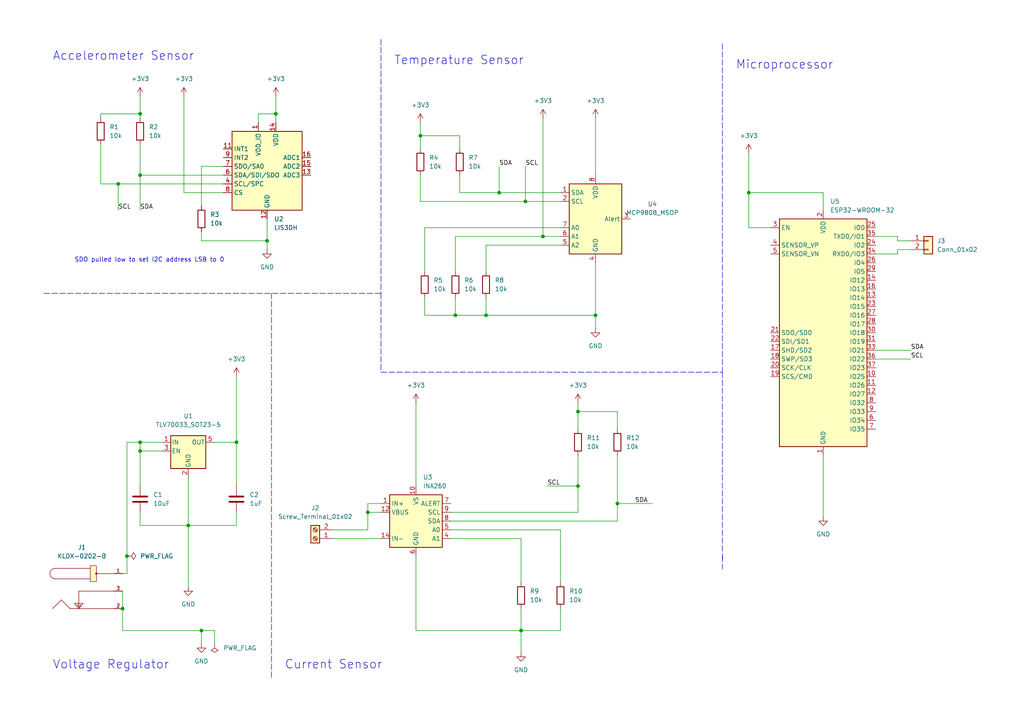
<source format=kicad_sch>
(kicad_sch (version 20211123) (generator eeschema)
  (paper "A4")
  (title_block (title "\"Add-On\" Sensor / Communication Board") (date "2022-03-13") (rev "v02") (comment 1 "2021-2022") (comment 2 "Senior Design Project") (comment 3 "UMass Electrical and Computer Engineering") (comment 4 "Author: Sam DuBois and Andres Gutierrez"))
  (lib_symbols
    (symbol "Connector:Screw_Terminal_01x02" (pin_names (offset 1.016) hide)
      (property "Reference" "J" (at 0 2.54 0))
      (property "Value" "Screw_Terminal_01x02" (at 0 -5.08 0))
      (symbol "Screw_Terminal_01x02_1_1"
        (rectangle (start -1.27 1.27) (end 1.27 -3.81) (stroke (width 0.254)) (fill (type background)))
        (circle (center 0 -2.54) (radius 0.635) (stroke (width 0.1524)))
        (polyline (pts (xy -0.5334 -2.2098) (xy 0.3302 -3.048)) (stroke (width 0.1524)))
        (polyline (pts (xy -0.5334 0.3302) (xy 0.3302 -0.508)) (stroke (width 0.1524)))
        (polyline (pts (xy -0.3556 -2.032) (xy 0.508 -2.8702)) (stroke (width 0.1524)))
        (polyline (pts (xy -0.3556 0.508) (xy 0.508 -0.3302)) (stroke (width 0.1524)))
        (circle (center 0 0) (radius 0.635) (stroke (width 0.1524)))
        (pin passive line (at -5.08 0 0) (length 3.81) (name "Pin_1") (number "1"))
        (pin passive line (at -5.08 -2.54 0) (length 3.81) (name "Pin_2") (number "2"))
      )
    )
    (symbol "Connector_Generic:Conn_01x02" (pin_names (offset 1.016) hide)
      (property "Reference" "J" (at 0 2.54 0))
      (property "Value" "Conn_01x02" (at 0 -5.08 0))
      (symbol "Conn_01x02_1_1"
        (rectangle (start -1.27 -2.413) (end 0 -2.667) (stroke (width 0.1524)))
        (rectangle (start -1.27 0.127) (end 0 -0.127) (stroke (width 0.1524)))
        (rectangle (start -1.27 1.27) (end 1.27 -3.81) (stroke (width 0.254)) (fill (type background)))
        (pin passive line (at -5.08 0 0) (length 3.81) (name "Pin_1") (number "1"))
        (pin passive line (at -5.08 -2.54 0) (length 3.81) (name "Pin_2") (number "2"))
      )
    )
    (symbol "Device:C" (pin_numbers hide) (pin_names (offset 0.254))
      (property "Reference" "C" (at 0.635 2.54 0))
      (property "Value" "C" (at 0.635 -2.54 0))
      (symbol "C_0_1"
        (polyline (pts (xy -2.032 -0.762) (xy 2.032 -0.762)) (stroke (width 0.508)))
        (polyline (pts (xy -2.032 0.762) (xy 2.032 0.762)) (stroke (width 0.508)))
      )
      (symbol "C_1_1"
        (pin passive line (at 0 3.81 270) (length 2.794) (name "~") (number "1"))
        (pin passive line (at 0 -3.81 90) (length 2.794) (name "~") (number "2"))
      )
    )
    (symbol "Device:R" (pin_numbers hide) (pin_names (offset 0))
      (property "Reference" "R" (at 2.032 0 90))
      (property "Value" "R" (at 0 0 90))
      (symbol "R_0_1"
        (rectangle (start -1.016 -2.54) (end 1.016 2.54) (stroke (width 0.254)))
      )
      (symbol "R_1_1"
        (pin passive line (at 0 3.81 270) (length 1.27) (name "~") (number "1"))
        (pin passive line (at 0 -3.81 90) (length 1.27) (name "~") (number "2"))
      )
    )
    (symbol "RF_Module:ESP32-WROOM-32"
      (property "Reference" "U" (at -12.7 34.29 0))
      (property "Value" "ESP32-WROOM-32" (at 1.27 34.29 0))
      (symbol "ESP32-WROOM-32_0_1"
        (rectangle (start -12.7 33.02) (end 12.7 -33.02) (stroke (width 0.254)) (fill (type background)))
      )
      (symbol "ESP32-WROOM-32_1_1"
        (pin power_in line (at 0 -35.56 90) (length 2.54) (name "GND") (number "1"))
        (pin bidirectional line (at 15.24 -12.7 180) (length 2.54) (name "IO25") (number "10"))
        (pin bidirectional line (at 15.24 -15.24 180) (length 2.54) (name "IO26") (number "11"))
        (pin bidirectional line (at 15.24 -17.78 180) (length 2.54) (name "IO27") (number "12"))
        (pin bidirectional line (at 15.24 10.16 180) (length 2.54) (name "IO14") (number "13"))
        (pin bidirectional line (at 15.24 15.24 180) (length 2.54) (name "IO12") (number "14"))
        (pin passive line (at 0 -35.56 90) (length 2.54) hide (name "GND") (number "15"))
        (pin bidirectional line (at 15.24 12.7 180) (length 2.54) (name "IO13") (number "16"))
        (pin bidirectional line (at -15.24 -5.08 0) (length 2.54) (name "SHD/SD2") (number "17"))
        (pin bidirectional line (at -15.24 -7.62 0) (length 2.54) (name "SWP/SD3") (number "18"))
        (pin bidirectional line (at -15.24 -12.7 0) (length 2.54) (name "SCS/CMD") (number "19"))
        (pin power_in line (at 0 35.56 270) (length 2.54) (name "VDD") (number "2"))
        (pin bidirectional line (at -15.24 -10.16 0) (length 2.54) (name "SCK/CLK") (number "20"))
        (pin bidirectional line (at -15.24 0 0) (length 2.54) (name "SDO/SD0") (number "21"))
        (pin bidirectional line (at -15.24 -2.54 0) (length 2.54) (name "SDI/SD1") (number "22"))
        (pin bidirectional line (at 15.24 7.62 180) (length 2.54) (name "IO15") (number "23"))
        (pin bidirectional line (at 15.24 25.4 180) (length 2.54) (name "IO2") (number "24"))
        (pin bidirectional line (at 15.24 30.48 180) (length 2.54) (name "IO0") (number "25"))
        (pin bidirectional line (at 15.24 20.32 180) (length 2.54) (name "IO4") (number "26"))
        (pin bidirectional line (at 15.24 5.08 180) (length 2.54) (name "IO16") (number "27"))
        (pin bidirectional line (at 15.24 2.54 180) (length 2.54) (name "IO17") (number "28"))
        (pin bidirectional line (at 15.24 17.78 180) (length 2.54) (name "IO5") (number "29"))
        (pin input line (at -15.24 30.48 0) (length 2.54) (name "EN") (number "3"))
        (pin bidirectional line (at 15.24 0 180) (length 2.54) (name "IO18") (number "30"))
        (pin bidirectional line (at 15.24 -2.54 180) (length 2.54) (name "IO19") (number "31"))
        (pin no_connect line (at -12.7 -27.94 0) (length 2.54) hide (name "NC") (number "32"))
        (pin bidirectional line (at 15.24 -5.08 180) (length 2.54) (name "IO21") (number "33"))
        (pin bidirectional line (at 15.24 22.86 180) (length 2.54) (name "RXD0/IO3") (number "34"))
        (pin bidirectional line (at 15.24 27.94 180) (length 2.54) (name "TXD0/IO1") (number "35"))
        (pin bidirectional line (at 15.24 -7.62 180) (length 2.54) (name "IO22") (number "36"))
        (pin bidirectional line (at 15.24 -10.16 180) (length 2.54) (name "IO23") (number "37"))
        (pin passive line (at 0 -35.56 90) (length 2.54) hide (name "GND") (number "38"))
        (pin passive line (at 0 -35.56 90) (length 2.54) hide (name "GND") (number "39"))
        (pin input line (at -15.24 25.4 0) (length 2.54) (name "SENSOR_VP") (number "4"))
        (pin input line (at -15.24 22.86 0) (length 2.54) (name "SENSOR_VN") (number "5"))
        (pin input line (at 15.24 -25.4 180) (length 2.54) (name "IO34") (number "6"))
        (pin input line (at 15.24 -27.94 180) (length 2.54) (name "IO35") (number "7"))
        (pin bidirectional line (at 15.24 -20.32 180) (length 2.54) (name "IO32") (number "8"))
        (pin bidirectional line (at 15.24 -22.86 180) (length 2.54) (name "IO33") (number "9"))
      )
    )
    (symbol "Regulator_Linear:TLV70033_SOT23-5" (pin_names (offset 0.254))
      (property "Reference" "U" (at -3.81 5.715 0))
      (property "Value" "TLV70033_SOT23-5" (at 0 5.715 0))
      (symbol "TLV70033_SOT23-5_0_1"
        (rectangle (start -5.08 4.445) (end 5.08 -5.08) (stroke (width 0.254)) (fill (type background)))
      )
      (symbol "TLV70033_SOT23-5_1_1"
        (pin power_in line (at -7.62 2.54 0) (length 2.54) (name "IN") (number "1"))
        (pin power_in line (at 0 -7.62 90) (length 2.54) (name "GND") (number "2"))
        (pin input line (at -7.62 0 0) (length 2.54) (name "EN") (number "3"))
        (pin no_connect line (at 5.08 0 180) (length 2.54) hide (name "NC") (number "4"))
        (pin power_out line (at 7.62 2.54 180) (length 2.54) (name "OUT") (number "5"))
      )
    )
    (symbol "Sensor:INA260"
      (property "Reference" "U" (at -6.35 8.89 0))
      (property "Value" "INA260" (at 2.54 8.89 0))
      (symbol "INA260_0_1"
        (rectangle (start -7.62 7.62) (end 7.62 -7.62) (stroke (width 0.254)) (fill (type background)))
      )
      (symbol "INA260_1_1"
        (pin passive line (at -10.16 5.08 0) (length 2.54) (name "IN+") (number "1"))
        (pin power_in line (at 0 10.16 270) (length 2.54) (name "VS") (number "10"))
        (pin passive line (at 0 -10.16 90) (length 2.54) hide (name "GND") (number "11"))
        (pin passive line (at -10.16 2.54 0) (length 2.54) (name "VBUS") (number "12"))
        (pin no_connect line (at 2.54 -7.62 90) (length 2.54) hide (name "NC") (number "13"))
        (pin passive line (at -10.16 -5.08 0) (length 2.54) (name "IN-") (number "14"))
        (pin passive line (at -10.16 -5.08 0) (length 2.54) hide (name "IN-") (number "15"))
        (pin passive line (at -10.16 -5.08 0) (length 2.54) hide (name "IN-") (number "16"))
        (pin passive line (at -10.16 5.08 0) (length 2.54) hide (name "IN+") (number "2"))
        (pin passive line (at -10.16 5.08 0) (length 2.54) hide (name "IN+") (number "3"))
        (pin input line (at 10.16 -5.08 180) (length 2.54) (name "A1") (number "4"))
        (pin input line (at 10.16 -2.54 180) (length 2.54) (name "A0") (number "5"))
        (pin power_in line (at 0 -10.16 90) (length 2.54) (name "GND") (number "6"))
        (pin open_collector line (at 10.16 5.08 180) (length 2.54) (name "ALERT") (number "7"))
        (pin bidirectional line (at 10.16 0 180) (length 2.54) (name "SDA") (number "8"))
        (pin input line (at 10.16 2.54 180) (length 2.54) (name "SCL") (number "9"))
      )
    )
    (symbol "Sensor_Motion:LIS3DH"
      (property "Reference" "U" (at -7.62 11.43 0))
      (property "Value" "LIS3DH" (at 6.35 11.43 0))
      (symbol "LIS3DH_0_1"
        (rectangle (start -10.16 10.16) (end 10.16 -12.7) (stroke (width 0.254)) (fill (type background)))
      )
      (symbol "LIS3DH_1_1"
        (pin power_in line (at -2.54 12.7 270) (length 2.54) (name "VDD_IO") (number "1"))
        (pin passive line (at 0 -15.24 90) (length 2.54) hide (name "GND") (number "10"))
        (pin output line (at -12.7 5.08 0) (length 2.54) (name "INT1") (number "11"))
        (pin power_in line (at 0 -15.24 90) (length 2.54) (name "GND") (number "12"))
        (pin input line (at 12.7 -2.54 180) (length 2.54) (name "ADC3") (number "13"))
        (pin power_in line (at 2.54 12.7 270) (length 2.54) (name "VDD") (number "14"))
        (pin input line (at 12.7 0 180) (length 2.54) (name "ADC2") (number "15"))
        (pin input line (at 12.7 2.54 180) (length 2.54) (name "ADC1") (number "16"))
        (pin no_connect line (at 10.16 5.08 180) (length 2.54) hide (name "NC") (number "2"))
        (pin no_connect line (at 10.16 7.62 180) (length 2.54) hide (name "NC") (number "3"))
        (pin input line (at -12.7 -5.08 0) (length 2.54) (name "SCL/SPC") (number "4"))
        (pin passive line (at 0 -15.24 90) (length 2.54) hide (name "GND") (number "5"))
        (pin bidirectional line (at -12.7 -2.54 0) (length 2.54) (name "SDA/SDI/SDO") (number "6"))
        (pin bidirectional line (at -12.7 0 0) (length 2.54) (name "SDO/SA0") (number "7"))
        (pin input line (at -12.7 -7.62 0) (length 2.54) (name "CS") (number "8"))
        (pin output line (at -12.7 2.54 0) (length 2.54) (name "INT2") (number "9"))
      )
    )
    (symbol "Sensor_Temperature:MCP9808_MSOP"
      (property "Reference" "U" (at -6.35 11.43 0))
      (property "Value" "MCP9808_MSOP" (at 10.16 11.43 0))
      (symbol "MCP9808_MSOP_0_1"
        (rectangle (start -7.62 10.16) (end 7.62 -10.16) (stroke (width 0.254)) (fill (type background)))
      )
      (symbol "MCP9808_MSOP_1_1"
        (pin bidirectional line (at -10.16 7.62 0) (length 2.54) (name "SDA") (number "1"))
        (pin input line (at -10.16 5.08 0) (length 2.54) (name "SCL") (number "2"))
        (pin output line (at 10.16 0 180) (length 2.54) (name "Alert") (number "3"))
        (pin power_in line (at 0 -12.7 90) (length 2.54) (name "GND") (number "4"))
        (pin input line (at -10.16 -7.62 0) (length 2.54) (name "A2") (number "5"))
        (pin input line (at -10.16 -5.08 0) (length 2.54) (name "A1") (number "6"))
        (pin input line (at -10.16 -2.54 0) (length 2.54) (name "A0") (number "7"))
        (pin power_in line (at 0 12.7 270) (length 2.54) (name "VDD") (number "8"))
      )
    )
    (symbol "eec:KLDX-0202-B" (pin_names (offset 0))
      (property "Reference" "J" (at 0 5.08 0))
      (property "Value" "KLDX-0202-B" (at 0 7.62 0))
      (symbol "KLDX-0202-B_1_1"
        (arc (start -22.098 1.524) (mid -23.622 0) (end -22.098 -1.524))
        (rectangle (start -11.938 2.286) (end -10.16 -2.286) (fill (type background)))
        (circle (center -10.16 0) (radius 0.254))
        (polyline (pts (xy -22.86 -10.16) (xy -20.32 -7.62)))
        (polyline (pts (xy -22.098 -1.524) (xy -11.938 -1.524)))
        (polyline (pts (xy -20.32 -7.62) (xy -17.78 -10.16)))
        (polyline (pts (xy -17.78 -10.16) (xy -5.08 -10.16)))
        (polyline (pts (xy -16.51 -8.636) (xy -13.97 -8.636)))
        (polyline (pts (xy -15.24 -10.16) (xy -16.51 -8.636)))
        (polyline (pts (xy -15.24 -10.16) (xy -13.97 -8.636)))
        (polyline (pts (xy -15.24 -9.652) (xy -15.748 -8.89)))
        (polyline (pts (xy -15.24 -5.08) (xy -15.24 -10.16)))
        (polyline (pts (xy -15.24 -5.08) (xy -5.08 -5.08)))
        (polyline (pts (xy -14.986 -9.652) (xy -14.732 -8.89)))
        (polyline (pts (xy -11.938 1.524) (xy -22.098 1.524)))
        (polyline (pts (xy -10.16 0) (xy -5.08 0)))
        (pin power_in line (at -2.54 0 180) (length 2.54) (name "1") (number "1"))
        (pin power_in line (at -2.54 -10.16 180) (length 2.54) (name "2") (number "2"))
        (pin power_in line (at -2.54 -5.08 180) (length 2.54) (name "3") (number "3"))
      )
    )
    (symbol "power:+3.3V" (power) (pin_names (offset 0))
      (property "Value" "+3.3V" (at 0 3.556 0))
      (symbol "+3.3V_0_1"
        (polyline (pts (xy -0.762 1.27) (xy 0 2.54)))
        (polyline (pts (xy 0 0) (xy 0 2.54)))
        (polyline (pts (xy 0 2.54) (xy 0.762 1.27)))
      )
      (symbol "+3.3V_1_1"
        (pin power_in line (at 0 0 90) (length 0) hide (name "+3V3") (number "1"))
      )
    )
    (symbol "power:GND" (power) (pin_names (offset 0))
      (property "Value" "GND" (at 0 -3.81 0))
      (symbol "GND_0_1"
        (polyline (pts (xy 0 0) (xy 0 -1.27) (xy 1.27 -1.27) (xy 0 -2.54) (xy -1.27 -1.27) (xy 0 -1.27)))
      )
      (symbol "GND_1_1"
        (pin power_in line (at 0 0 270) (length 0) hide (name "GND") (number "1"))
      )
    )
    (symbol "power:PWR_FLAG" (power) (pin_numbers hide) (pin_names (offset 0) hide)
      (property "Value" "PWR_FLAG" (at 0 3.81 0))
      (symbol "PWR_FLAG_0_0"
        (pin power_out line (at 0 0 90) (length 0) (name "pwr") (number "1"))
      )
      (symbol "PWR_FLAG_0_1"
        (polyline (pts (xy 0 0) (xy 0 1.27) (xy -1.016 1.905) (xy 0 2.54) (xy 1.016 1.905) (xy 0 1.27)))
      )
    )
  )
  (junction (at 217.17 55.88))
  (junction (at 179.07 146.05))
  (junction (at 152.4 58.42))
  (junction (at 35.56 176.53))
  (junction (at 34.29 53.34))
  (junction (at 40.64 130.81))
  (junction (at 40.64 128.27))
  (junction (at 167.64 119.38))
  (junction (at 140.97 91.44))
  (junction (at 172.72 91.44))
  (junction (at 144.78 55.88))
  (junction (at 157.48 68.58))
  (junction (at 167.64 140.97))
  (junction (at 80.01 33.02))
  (junction (at 36.83 161.29))
  (junction (at 54.61 152.4))
  (junction (at 58.42 182.88))
  (junction (at 40.64 33.02))
  (junction (at 151.13 182.88))
  (junction (at 121.92 39.37))
  (junction (at 77.47 69.85))
  (junction (at 132.08 91.44))
  (junction (at 106.68 148.59))
  (junction (at 68.58 128.27))
  (junction (at 40.64 50.8))
  (wire (pts (xy 40.64 27.94) (xy 40.64 33.02)))
  (wire (pts (xy 132.08 68.58) (xy 132.08 78.74)))
  (wire (pts (xy 80.01 27.94) (xy 80.01 33.02)))
  (wire (pts (xy 144.78 48.26) (xy 144.78 55.88)))
  (wire (pts (xy 40.64 148.59) (xy 40.64 152.4)))
  (wire (pts (xy 53.34 55.88) (xy 64.77 55.88)))
  (wire (pts (xy 223.52 66.04) (xy 217.17 66.04)))
  (wire (pts (xy 120.65 116.84) (xy 120.65 140.97)))
  (wire (pts (xy 120.65 182.88) (xy 151.13 182.88)))
  (wire (pts (xy 172.72 76.2) (xy 172.72 91.44)))
  (wire (pts (xy 167.64 140.97) (xy 167.64 132.08)))
  (wire (pts (xy 260.35 68.58) (xy 260.35 69.85)))
  (polyline (pts (xy 78.74 85.09) (xy 78.74 196.85)))
  (wire (pts (xy 179.07 119.38) (xy 167.64 119.38)))
  (wire (pts (xy 54.61 152.4) (xy 54.61 170.18)))
  (wire (pts (xy 40.64 152.4) (xy 54.61 152.4)))
  (wire (pts (xy 40.64 50.8) (xy 64.77 50.8)))
  (wire (pts (xy 40.64 50.8) (xy 40.64 60.96)))
  (wire (pts (xy 162.56 66.04) (xy 123.19 66.04)))
  (wire (pts (xy 260.35 72.39) (xy 264.16 72.39)))
  (wire (pts (xy 179.07 146.05) (xy 179.07 132.08)))
  (wire (pts (xy 167.64 116.84) (xy 167.64 119.38)))
  (wire (pts (xy 140.97 71.12) (xy 140.97 78.74)))
  (wire (pts (xy 40.64 130.81) (xy 40.64 128.27)))
  (polyline (pts (xy 209.55 161.29) (xy 209.55 165.1)))
  (wire (pts (xy 62.23 128.27) (xy 68.58 128.27)))
  (wire (pts (xy 34.29 53.34) (xy 34.29 60.96)))
  (polyline (pts (xy 209.55 12.7) (xy 209.55 107.95)))
  (wire (pts (xy 133.35 39.37) (xy 133.35 43.18)))
  (polyline (pts (xy 110.49 107.95) (xy 209.55 107.95)))
  (wire (pts (xy 152.4 48.26) (xy 152.4 58.42)))
  (wire (pts (xy 162.56 58.42) (xy 152.4 58.42)))
  (polyline (pts (xy 12.7 85.09) (xy 110.49 85.09)))
  (wire (pts (xy 106.68 146.05) (xy 110.49 146.05)))
  (wire (pts (xy 167.64 148.59) (xy 167.64 140.97)))
  (wire (pts (xy 62.23 182.88) (xy 58.42 182.88)))
  (wire (pts (xy 68.58 148.59) (xy 68.58 152.4)))
  (wire (pts (xy 40.64 41.91) (xy 40.64 50.8)))
  (wire (pts (xy 35.56 182.88) (xy 58.42 182.88)))
  (wire (pts (xy 130.81 151.13) (xy 179.07 151.13)))
  (wire (pts (xy 29.21 41.91) (xy 29.21 53.34)))
  (wire (pts (xy 162.56 71.12) (xy 140.97 71.12)))
  (wire (pts (xy 64.77 53.34) (xy 34.29 53.34)))
  (wire (pts (xy 238.76 55.88) (xy 217.17 55.88)))
  (wire (pts (xy 172.72 91.44) (xy 172.72 95.25)))
  (wire (pts (xy 35.56 171.45) (xy 35.56 176.53)))
  (wire (pts (xy 140.97 86.36) (xy 140.97 91.44)))
  (wire (pts (xy 144.78 55.88) (xy 133.35 55.88)))
  (wire (pts (xy 123.19 86.36) (xy 123.19 91.44)))
  (wire (pts (xy 40.64 130.81) (xy 46.99 130.81)))
  (wire (pts (xy 260.35 73.66) (xy 260.35 72.39)))
  (wire (pts (xy 64.77 48.26) (xy 58.42 48.26)))
  (wire (pts (xy 179.07 146.05) (xy 189.23 146.05)))
  (wire (pts (xy 133.35 50.8) (xy 133.35 55.88)))
  (wire (pts (xy 121.92 35.56) (xy 121.92 39.37)))
  (wire (pts (xy 106.68 148.59) (xy 106.68 146.05)))
  (wire (pts (xy 96.52 153.67) (xy 106.68 153.67)))
  (wire (pts (xy 179.07 124.46) (xy 179.07 119.38)))
  (wire (pts (xy 77.47 63.5) (xy 77.47 69.85)))
  (wire (pts (xy 254 68.58) (xy 260.35 68.58)))
  (wire (pts (xy 121.92 58.42) (xy 121.92 50.8)))
  (wire (pts (xy 123.19 91.44) (xy 132.08 91.44)))
  (wire (pts (xy 58.42 48.26) (xy 58.42 59.69)))
  (wire (pts (xy 157.48 34.29) (xy 157.48 68.58)))
  (wire (pts (xy 151.13 156.21) (xy 151.13 168.91)))
  (wire (pts (xy 260.35 69.85) (xy 264.16 69.85)))
  (wire (pts (xy 96.52 156.21) (xy 110.49 156.21)))
  (wire (pts (xy 121.92 39.37) (xy 133.35 39.37)))
  (wire (pts (xy 35.56 176.53) (xy 35.56 182.88)))
  (wire (pts (xy 172.72 34.29) (xy 172.72 50.8)))
  (wire (pts (xy 120.65 161.29) (xy 120.65 182.88)))
  (wire (pts (xy 58.42 182.88) (xy 58.42 186.69)))
  (wire (pts (xy 36.83 128.27) (xy 36.83 161.29)))
  (wire (pts (xy 151.13 182.88) (xy 151.13 189.23)))
  (wire (pts (xy 80.01 33.02) (xy 80.01 35.56)))
  (wire (pts (xy 152.4 58.42) (xy 121.92 58.42)))
  (wire (pts (xy 162.56 182.88) (xy 151.13 182.88)))
  (wire (pts (xy 106.68 148.59) (xy 110.49 148.59)))
  (wire (pts (xy 130.81 153.67) (xy 162.56 153.67)))
  (wire (pts (xy 162.56 153.67) (xy 162.56 168.91)))
  (wire (pts (xy 162.56 68.58) (xy 157.48 68.58)))
  (wire (pts (xy 106.68 148.59) (xy 106.68 153.67)))
  (wire (pts (xy 34.29 53.34) (xy 29.21 53.34)))
  (wire (pts (xy 58.42 67.31) (xy 58.42 69.85)))
  (wire (pts (xy 162.56 176.53) (xy 162.56 182.88)))
  (wire (pts (xy 36.83 166.37) (xy 35.56 166.37)))
  (wire (pts (xy 36.83 161.29) (xy 36.83 166.37)))
  (wire (pts (xy 151.13 176.53) (xy 151.13 182.88)))
  (wire (pts (xy 40.64 128.27) (xy 36.83 128.27)))
  (wire (pts (xy 130.81 148.59) (xy 167.64 148.59)))
  (wire (pts (xy 254 101.6) (xy 264.16 101.6)))
  (wire (pts (xy 140.97 91.44) (xy 172.72 91.44)))
  (wire (pts (xy 40.64 130.81) (xy 40.64 140.97)))
  (polyline (pts (xy 110.49 11.43) (xy 110.49 85.09)))
  (wire (pts (xy 158.75 140.97) (xy 167.64 140.97)))
  (wire (pts (xy 238.76 60.96) (xy 238.76 55.88)))
  (wire (pts (xy 157.48 68.58) (xy 132.08 68.58)))
  (wire (pts (xy 74.93 35.56) (xy 74.93 33.02)))
  (wire (pts (xy 217.17 55.88) (xy 217.17 44.45)))
  (wire (pts (xy 58.42 69.85) (xy 77.47 69.85)))
  (wire (pts (xy 254 104.14) (xy 264.16 104.14)))
  (wire (pts (xy 217.17 66.04) (xy 217.17 55.88)))
  (wire (pts (xy 130.81 156.21) (xy 151.13 156.21)))
  (wire (pts (xy 68.58 152.4) (xy 54.61 152.4)))
  (wire (pts (xy 121.92 39.37) (xy 121.92 43.18)))
  (wire (pts (xy 123.19 66.04) (xy 123.19 78.74)))
  (wire (pts (xy 238.76 132.08) (xy 238.76 149.86)))
  (wire (pts (xy 68.58 128.27) (xy 68.58 109.22)))
  (wire (pts (xy 132.08 91.44) (xy 140.97 91.44)))
  (wire (pts (xy 54.61 138.43) (xy 54.61 152.4)))
  (wire (pts (xy 74.93 33.02) (xy 80.01 33.02)))
  (wire (pts (xy 162.56 55.88) (xy 144.78 55.88)))
  (wire (pts (xy 29.21 33.02) (xy 40.64 33.02)))
  (wire (pts (xy 254 73.66) (xy 260.35 73.66)))
  (wire (pts (xy 53.34 27.94) (xy 53.34 55.88)))
  (polyline (pts (xy 110.49 85.09) (xy 110.49 107.95)))
  (wire (pts (xy 68.58 128.27) (xy 68.58 140.97)))
  (wire (pts (xy 179.07 151.13) (xy 179.07 146.05)))
  (wire (pts (xy 29.21 34.29) (xy 29.21 33.02)))
  (wire (pts (xy 62.23 186.69) (xy 62.23 182.88)))
  (wire (pts (xy 132.08 86.36) (xy 132.08 91.44)))
  (wire (pts (xy 40.64 33.02) (xy 40.64 34.29)))
  (wire (pts (xy 167.64 119.38) (xy 167.64 124.46)))
  (wire (pts (xy 40.64 128.27) (xy 46.99 128.27)))
  (wire (pts (xy 77.47 69.85) (xy 77.47 72.39)))
  (polyline (pts (xy 209.55 107.95) (xy 209.55 162.56)))
  (text "Current Sensor" (at 82.55 194.31 0) (effects (font (size 2.5 2.5)) (justify left bottom)))
  (text "Temperature Sensor\n" (at 114.3 19.05 0) (effects (font (size 2.5 2.5)) (justify left bottom)))
  (text "Microprocessor" (at 213.36 20.32 0) (effects (font (size 2.5 2.5)) (justify left bottom)))
  (text "Accelerometer Sensor" (at 15.24 17.78 0) (effects (font (size 2.5 2.5)) (justify left bottom)))
  (text "Voltage Regulator" (at 15.24 194.31 0) (effects (font (size 2.5 2.5)) (justify left bottom)))
  (text "SDO pulled low to set I2C address LSB to 0" (at 21.59 76.2 0) (effects (font (size 1.27 1.27)) (justify left bottom)))
  (label "SDA" (at 184.15 146.05 0))
  (label "SCL" (at 158.75 140.97 0))
  (label "SDA" (at 40.64 60.96 0))
  (label "SDA" (at 144.78 48.26 0))
  (label "SDA" (at 264.16 101.6 0))
  (label "SCL" (at 34.29 60.96 0))
  (label "SCL" (at 152.4 48.26 0))
  (label "SCL" (at 264.16 104.14 0))
  (symbol (lib_id "eec:KLDX-0202-B") (at 38.1 166.37 0) (unit 1)
    (property "Reference" "J1" (at 23.749 158.75 0))
    (property "Value" "KLDX-0202-B" (at 23.749 161.29 0))
    (property "Footprint" "eec:Kycon-KLDX-0202-B-MFG" (effects hide))
    (property "Datasheet" "http://www.kycon.com/2013Catalogpage/DC%20Power/KLDX_0202_LT.pdf" (effects hide))
    (property "automotive" "No" (effects hide))
    (property "category" "Conn" (effects hide))
    (property "contact material" "Nickel" (effects hide))
    (property "current rating" "3.5A" (effects hide))
    (property "device class L1" "Connectors" (effects hide))
    (property "device class L2" "Power Connectors" (effects hide))
    (property "device class L3" "unset" (effects hide))
    (property "digikey description" "CONN PWR JACK 2.5X5.5MM SOLDER" (effects hide))
    (property "digikey part number" "2092-KLDX-0202-B-ND" (effects hide))
    (property "footprint url" "https://www.kycon.com/Pub_Eng_Draw/KLDX-0202-x.pdf" (effects hide))
    (property "height" "11.1mm" (effects hide))
    (property "lead free" "Yes" (effects hide))
    (property "library id" "4c2acf28b9a06429" (effects hide))
    (property "manufacturer" "Kycon" (effects hide))
    (property "mouser description" "Conn Power PIN 2 POS Solder RA Thru-Hole 3 Terminal 1 Port" (effects hide))
    (property "mouser part number" "806-KLDX-0202-B" (effects hide))
    (property "number of contacts" "1" (effects hide))
    (property "package" "CONN_POWER_9MM0_14MM5" (effects hide))
    (property "rohs" "Yes" (effects hide))
    (property "temperature range high" "+85°C" (effects hide))
    (property "temperature range low" "-25°C" (effects hide))
    (property "voltage rating" "24V" (effects hide))
  )
  (symbol (lib_id "power:GND") (at 238.76 149.86 0) (unit 1)
    (property "Reference" "#PWR015" (effects hide))
    (property "Value" "GND" (at 238.76 154.94 0))
  )
  (symbol (lib_id "Device:R") (at 179.07 128.27 0) (unit 1)
    (property "Reference" "R12" (at 181.61 126.9999 0) (effects (justify left)))
    (property "Value" "10k" (at 181.61 129.5399 0) (effects (justify left)))
    (property "Footprint" "Resistor_SMD:R_0603_1608Metric_Pad0.98x0.95mm_HandSolder" (effects hide))
  )
  (symbol (lib_id "Device:R") (at 151.13 172.72 0) (unit 1)
    (property "Reference" "R9" (at 153.67 171.4499 0) (effects (justify left)))
    (property "Value" "10k" (at 153.67 173.9899 0) (effects (justify left)))
    (property "Footprint" "Resistor_SMD:R_0603_1608Metric_Pad0.98x0.95mm_HandSolder" (effects hide))
  )
  (symbol (lib_id "Device:C") (at 40.64 144.78 0) (unit 1)
    (property "Reference" "C1" (at 44.45 143.5099 0) (effects (justify left)))
    (property "Value" "10uF" (at 44.45 146.0499 0) (effects (justify left)))
    (property "Footprint" "Capacitor_SMD:C_0603_1608Metric_Pad1.08x0.95mm_HandSolder" (effects hide))
  )
  (symbol (lib_id "Sensor_Temperature:MCP9808_MSOP") (at 172.72 63.5 0) (unit 1)
    (property "Reference" "U4" (at 189.23 59.1693 0))
    (property "Value" "MCP9808_MSOP" (at 189.23 61.7093 0))
    (property "Footprint" "Package_SO:MSOP-8_3x3mm_P0.65mm" (effects hide))
    (property "Datasheet" "http://ww1.microchip.com/downloads/en/DeviceDoc/22203b.pdf" (effects hide))
  )
  (symbol (lib_id "power:+3.3V") (at 157.48 34.29 0) (unit 1)
    (property "Reference" "#PWR010" (effects hide))
    (property "Value" "+3.3V" (at 157.48 29.21 0))
  )
  (symbol (lib_id "power:+3.3V") (at 172.72 34.29 0) (unit 1)
    (property "Reference" "#PWR012" (effects hide))
    (property "Value" "+3.3V" (at 172.72 29.21 0))
  )
  (symbol (lib_id "Device:R") (at 133.35 46.99 0) (unit 1)
    (property "Reference" "R7" (at 135.89 45.7199 0) (effects (justify left)))
    (property "Value" "10k" (at 135.89 48.2599 0) (effects (justify left)))
    (property "Footprint" "Resistor_SMD:R_0603_1608Metric_Pad0.98x0.95mm_HandSolder" (effects hide))
  )
  (symbol (lib_id "power:+3.3V") (at 121.92 35.56 0) (unit 1)
    (property "Reference" "#PWR08" (effects hide))
    (property "Value" "+3.3V" (at 121.92 30.48 0))
  )
  (symbol (lib_id "Device:R") (at 58.42 63.5 0) (unit 1)
    (property "Reference" "R3" (at 60.96 62.2299 0) (effects (justify left)))
    (property "Value" "10k" (at 60.96 64.7699 0) (effects (justify left)))
    (property "Footprint" "Resistor_SMD:R_0603_1608Metric_Pad0.98x0.95mm_HandSolder" (effects hide))
  )
  (symbol (lib_id "power:+3.3V") (at 53.34 27.94 0) (unit 1)
    (property "Reference" "#PWR02" (effects hide))
    (property "Value" "+3.3V" (at 53.34 22.86 0))
  )
  (symbol (lib_id "power:GND") (at 77.47 72.39 0) (unit 1)
    (property "Reference" "#PWR05" (effects hide))
    (property "Value" "GND" (at 77.47 77.47 0))
  )
  (symbol (lib_id "power:GND") (at 151.13 189.23 0) (unit 1)
    (property "Reference" "#PWR09" (effects hide))
    (property "Value" "GND" (at 151.13 194.31 0))
  )
  (symbol (lib_id "power:PWR_FLAG") (at 36.83 161.29 270) (unit 1)
    (property "Reference" "#FLG0101" (effects hide))
    (property "Value" "PWR_FLAG" (at 40.64 161.2899 90) (effects (justify left)))
  )
  (symbol (lib_id "power:GND") (at 54.61 170.18 0) (unit 1)
    (property "Reference" "#PWR03" (effects hide))
    (property "Value" "GND" (at 54.61 175.26 0))
  )
  (symbol (lib_id "power:+3.3V") (at 68.58 109.22 0) (unit 1)
    (property "Reference" "#PWR04" (effects hide))
    (property "Value" "+3.3V" (at 68.58 104.14 0))
  )
  (symbol (lib_id "Connector:Screw_Terminal_01x02") (at 91.44 156.21 180) (unit 1)
    (property "Reference" "J2" (at 91.44 147.32 0))
    (property "Value" "Screw_Terminal_01x02" (at 91.44 149.86 0))
    (property "Footprint" "TerminalBlock_RND:TerminalBlock_RND_205-00232_1x02_P5.08mm_Horizontal" (effects hide))
  )
  (symbol (lib_id "Device:R") (at 123.19 82.55 0) (unit 1)
    (property "Reference" "R5" (at 125.73 81.2799 0) (effects (justify left)))
    (property "Value" "10k" (at 125.73 83.8199 0) (effects (justify left)))
    (property "Footprint" "Resistor_SMD:R_0603_1608Metric_Pad0.98x0.95mm_HandSolder" (effects hide))
  )
  (symbol (lib_id "Regulator_Linear:TLV70033_SOT23-5") (at 54.61 130.81 0) (unit 1)
    (property "Reference" "U1" (at 54.61 120.65 0))
    (property "Value" "TLV70033_SOT23-5" (at 54.61 123.19 0))
    (property "Footprint" "Package_TO_SOT_SMD:SOT-23-5" (effects hide))
    (property "Datasheet" "http://www.ti.com/lit/ds/symlink/tlv700.pdf" (effects hide))
  )
  (symbol (lib_id "power:+3.3V") (at 40.64 27.94 0) (unit 1)
    (property "Reference" "#PWR01" (effects hide))
    (property "Value" "+3.3V" (at 40.64 22.86 0))
  )
  (symbol (lib_id "Sensor_Motion:LIS3DH") (at 77.47 48.26 0) (unit 1)
    (property "Reference" "U2" (at 79.4894 63.5 0) (effects (justify left)))
    (property "Value" "LIS3DH" (at 79.4894 66.04 0) (effects (justify left)))
    (property "Footprint" "Package_LGA:LGA-16_3x3mm_P0.5mm_LayoutBorder3x5y" (effects hide))
    (property "Datasheet" "https://www.st.com/resource/en/datasheet/cd00274221.pdf" (effects hide))
  )
  (symbol (lib_id "power:+3.3V") (at 217.17 44.45 0) (unit 1)
    (property "Reference" "#PWR014" (effects hide))
    (property "Value" "+3.3V" (at 217.17 39.37 0))
  )
  (symbol (lib_id "RF_Module:ESP32-WROOM-32") (at 238.76 96.52 0) (unit 1)
    (property "Reference" "U5" (at 240.7794 58.42 0) (effects (justify left)))
    (property "Value" "ESP32-WROOM-32" (at 240.7794 60.96 0) (effects (justify left)))
    (property "Footprint" "RF_Module:ESP32-WROOM-32" (effects hide))
    (property "Datasheet" "https://www.espressif.com/sites/default/files/documentation/esp32-wroom-32_datasheet_en.pdf" (effects hide))
  )
  (symbol (lib_id "power:GND") (at 58.42 186.69 0) (unit 1)
    (property "Reference" "#PWR016" (effects hide))
    (property "Value" "GND" (at 58.42 191.77 0))
  )
  (symbol (lib_id "power:GND") (at 172.72 95.25 0) (unit 1)
    (property "Reference" "#PWR013" (effects hide))
    (property "Value" "GND" (at 172.72 100.33 0))
  )
  (symbol (lib_id "Device:R") (at 29.21 38.1 0) (unit 1)
    (property "Reference" "R1" (at 31.75 36.8299 0) (effects (justify left)))
    (property "Value" "10k" (at 31.75 39.3699 0) (effects (justify left)))
    (property "Footprint" "Resistor_SMD:R_0603_1608Metric_Pad0.98x0.95mm_HandSolder" (effects hide))
  )
  (symbol (lib_id "Connector_Generic:Conn_01x02") (at 269.24 69.85 0) (unit 1)
    (property "Reference" "J3" (at 271.78 69.8499 0) (effects (justify left)))
    (property "Value" "Conn_01x02" (at 271.78 72.3899 0) (effects (justify left)))
    (property "Footprint" "Connector_Wire:SolderWire-0.1sqmm_1x02_P3.6mm_D0.4mm_OD1mm" (effects hide))
  )
  (symbol (lib_id "power:+3.3V") (at 167.64 116.84 0) (unit 1)
    (property "Reference" "#PWR011" (effects hide))
    (property "Value" "+3.3V" (at 167.64 111.76 0))
  )
  (symbol (lib_id "Device:R") (at 121.92 46.99 0) (unit 1)
    (property "Reference" "R4" (at 124.46 45.7199 0) (effects (justify left)))
    (property "Value" "10k" (at 124.46 48.2599 0) (effects (justify left)))
    (property "Footprint" "Resistor_SMD:R_0603_1608Metric_Pad0.98x0.95mm_HandSolder" (effects hide))
  )
  (symbol (lib_id "power:+3.3V") (at 120.65 116.84 0) (unit 1)
    (property "Reference" "#PWR07" (effects hide))
    (property "Value" "+3.3V" (at 120.65 111.76 0))
  )
  (symbol (lib_id "Device:R") (at 40.64 38.1 0) (unit 1)
    (property "Reference" "R2" (at 43.18 36.8299 0) (effects (justify left)))
    (property "Value" "10k" (at 43.18 39.3699 0) (effects (justify left)))
    (property "Footprint" "Resistor_SMD:R_0603_1608Metric_Pad0.98x0.95mm_HandSolder" (effects hide))
  )
  (symbol (lib_id "Device:R") (at 132.08 82.55 0) (unit 1)
    (property "Reference" "R6" (at 134.62 81.2799 0) (effects (justify left)))
    (property "Value" "10k" (at 134.62 83.8199 0) (effects (justify left)))
    (property "Footprint" "Resistor_SMD:R_0603_1608Metric_Pad0.98x0.95mm_HandSolder" (effects hide))
  )
  (symbol (lib_id "Device:R") (at 162.56 172.72 0) (unit 1)
    (property "Reference" "R10" (at 165.1 171.4499 0) (effects (justify left)))
    (property "Value" "10k" (at 165.1 173.9899 0) (effects (justify left)))
    (property "Footprint" "Resistor_SMD:R_0603_1608Metric_Pad0.98x0.95mm_HandSolder" (effects hide))
  )
  (symbol (lib_id "Device:C") (at 68.58 144.78 0) (unit 1)
    (property "Reference" "C2" (at 72.39 143.5099 0) (effects (justify left)))
    (property "Value" "1uF" (at 72.39 146.0499 0) (effects (justify left)))
    (property "Footprint" "Capacitor_SMD:C_0603_1608Metric_Pad1.08x0.95mm_HandSolder" (effects hide))
  )
  (symbol (lib_id "Device:R") (at 140.97 82.55 0) (unit 1)
    (property "Reference" "R8" (at 143.51 81.2799 0) (effects (justify left)))
    (property "Value" "10k" (at 143.51 83.8199 0) (effects (justify left)))
    (property "Footprint" "Resistor_SMD:R_0603_1608Metric_Pad0.98x0.95mm_HandSolder" (effects hide))
  )
  (symbol (lib_id "Sensor:INA260") (at 120.65 151.13 0) (unit 1)
    (property "Reference" "U3" (at 122.6694 138.43 0) (effects (justify left)))
    (property "Value" "INA260" (at 122.6694 140.97 0) (effects (justify left)))
    (property "Footprint" "Package_SO:TSSOP-16_4.4x5mm_P0.65mm" (effects hide))
    (property "Datasheet" "http://www.ti.com/lit/ds/symlink/ina260.pdf" (effects hide))
  )
  (symbol (lib_id "power:+3.3V") (at 80.01 27.94 0) (unit 1)
    (property "Reference" "#PWR06" (effects hide))
    (property "Value" "+3.3V" (at 80.01 22.86 0))
  )
  (symbol (lib_id "Device:R") (at 167.64 128.27 0) (unit 1)
    (property "Reference" "R11" (at 170.18 126.9999 0) (effects (justify left)))
    (property "Value" "10k" (at 170.18 129.5399 0) (effects (justify left)))
    (property "Footprint" "Resistor_SMD:R_0603_1608Metric_Pad0.98x0.95mm_HandSolder" (effects hide))
  )
  (symbol (lib_id "power:PWR_FLAG") (at 62.23 186.69 180) (unit 1)
    (property "Reference" "#FLG0102" (effects hide))
    (property "Value" "PWR_FLAG" (at 64.77 187.9599 0) (effects (justify right)))
  )
)
</source>
